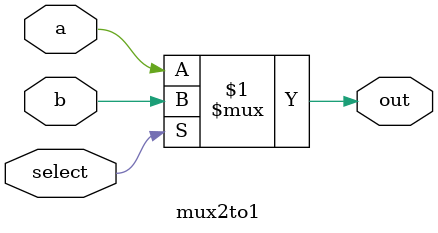
<source format=v>
/* An N-bit wide 2 to 1 multiplexer */
module mux2to1#(parameter N = 1)(
    output [N - 1:0] out, // Selected output
    input [N - 1:0] a, // Choice 0
    input [N - 1:0] b, // Choice 1
    input select // Selector bit
);
    assign out = select ? b : a;
endmodule

</source>
